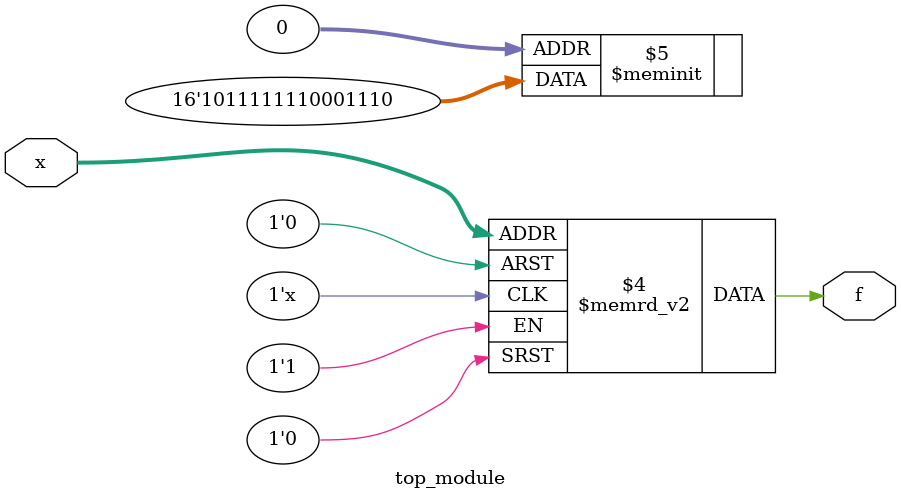
<source format=sv>
module top_module (
    input [4:1] x,
    output logic f
);

    always_comb begin
        case (x)
            // Define the outputs based on given Karnaugh map and corrections
            4'b0001, 4'b0010, 4'b0011, 4'b0111, 4'b1000, 4'b1001, 4'b1100, 4'b1111: f = 1'b1; // Specified 1s
            4'b0000, 4'b0010, 4'b0100, 4'b0101, 4'b0101, 4'b0110, 4'b1001: f = 1'b0; // Specified 0s
            4'b0110, 4'b1101, 4'b1010, 4'b1011, 4'b1011: f = 1'b1; // Handle don't-cares as convenient
            default: f = 1'b0; // Handle remaining don’t-cares, default to 0
        endcase
    end

endmodule

</source>
